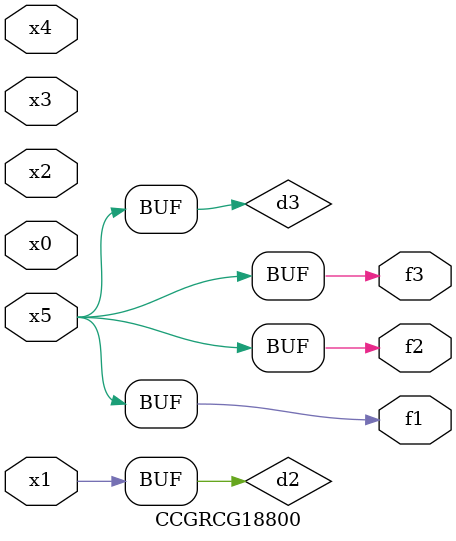
<source format=v>
module CCGRCG18800(
	input x0, x1, x2, x3, x4, x5,
	output f1, f2, f3
);

	wire d1, d2, d3;

	not (d1, x5);
	or (d2, x1);
	xnor (d3, d1);
	assign f1 = d3;
	assign f2 = d3;
	assign f3 = d3;
endmodule

</source>
